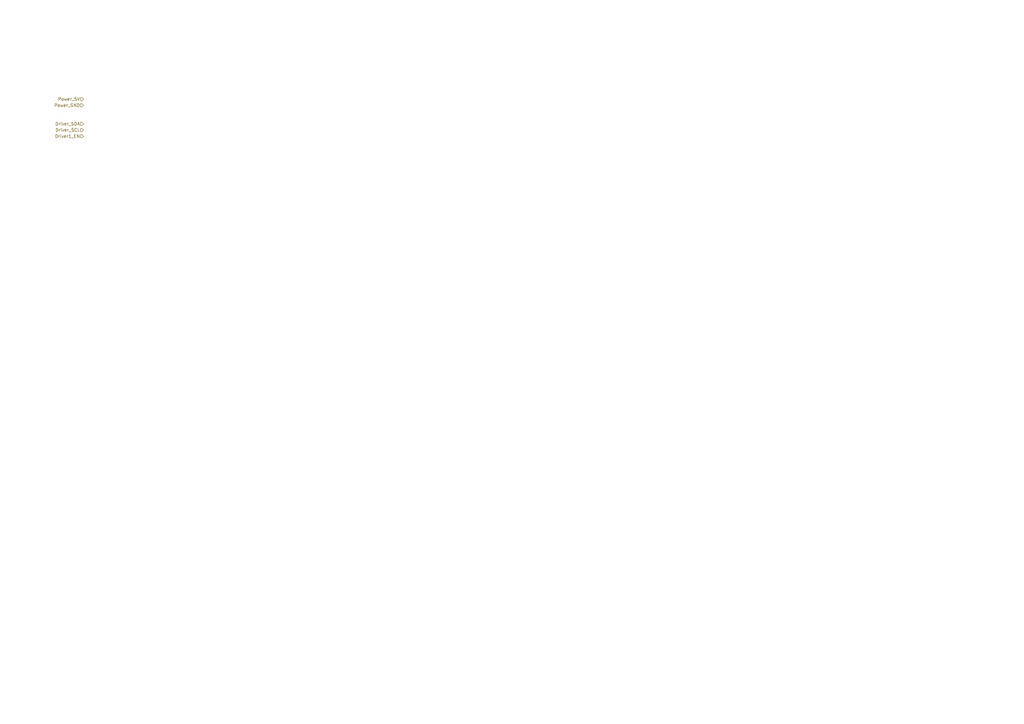
<source format=kicad_sch>
(kicad_sch
	(version 20231120)
	(generator "eeschema")
	(generator_version "8.0")
	(uuid "27e8b77d-2ee5-48e8-9c8f-003f8832b09b")
	(paper "A3")
	(title_block
		(title "5x5 Clock Panel")
		(date "2024-10-31")
		(rev "1")
	)
	(lib_symbols)
	(hierarchical_label "Driver_SCL"
		(shape input)
		(at 34.29 53.34 180)
		(fields_autoplaced yes)
		(effects
			(font
				(size 1.27 1.27)
			)
			(justify right)
		)
		(uuid "3782a653-28d2-499a-b1c9-5d21fdb4de88")
	)
	(hierarchical_label "Power_5V"
		(shape input)
		(at 34.29 40.64 180)
		(fields_autoplaced yes)
		(effects
			(font
				(size 1.27 1.27)
			)
			(justify right)
		)
		(uuid "b1a64a02-1c45-4e63-8a17-a3be9570516a")
	)
	(hierarchical_label "Driver1_EN"
		(shape input)
		(at 34.29 55.88 180)
		(fields_autoplaced yes)
		(effects
			(font
				(size 1.27 1.27)
			)
			(justify right)
		)
		(uuid "bcdb369d-8e6d-42e9-8aeb-930aef26b7ee")
	)
	(hierarchical_label "Driver_SDA"
		(shape input)
		(at 34.29 50.8 180)
		(fields_autoplaced yes)
		(effects
			(font
				(size 1.27 1.27)
			)
			(justify right)
		)
		(uuid "d8a5ac7f-22d8-4626-a9ba-88098ce6bda4")
	)
	(hierarchical_label "Power_GND"
		(shape input)
		(at 34.29 43.18 180)
		(fields_autoplaced yes)
		(effects
			(font
				(size 1.27 1.27)
			)
			(justify right)
		)
		(uuid "e21c3791-b5ed-4276-92b6-a3d4f8fb51e6")
	)
)

</source>
